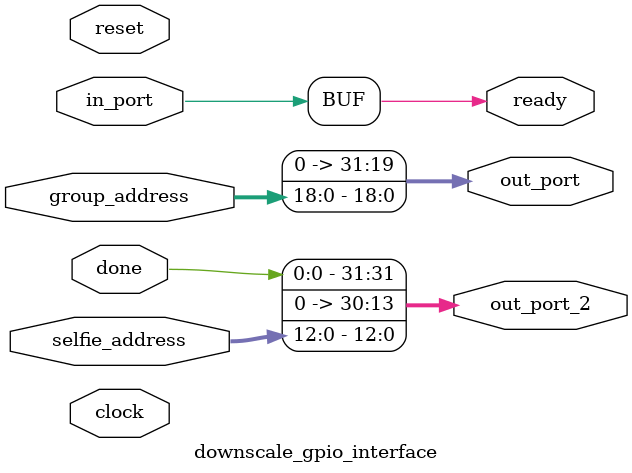
<source format=v>
`timescale 1ns / 1ps


module downscale_gpio_interface(
        input clock,
        input reset,
        
        input in_port,
        output [31:0] out_port,
        output [31:0] out_port_2,
        
        output ready,
        input [18:0] group_address,
        input [12:0] selfie_address,
        input done
    );
    
    assign ready = in_port;
    assign out_port = group_address;
    assign out_port_2 = {done, {18{1'b0}}, selfie_address};
    
    
endmodule

</source>
